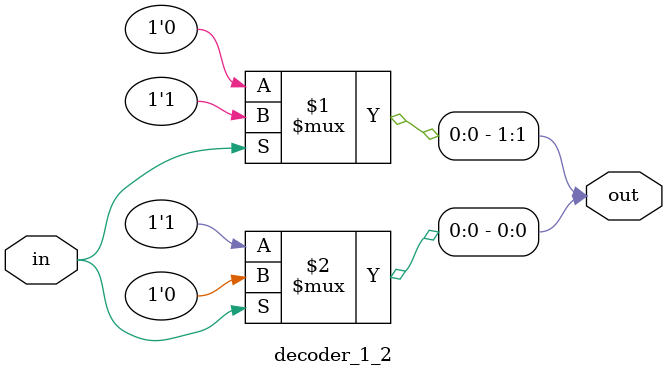
<source format=v>
module decoder_5_32(out, in);
	input [4:0] in;
	output [31:0] out;
	
	wire [15:0] out_temp;
	
	decoder_4_16 dec(out_temp, in[3:0]);	
	assign out[31:16] = in[4] ? out_temp: 4'h0000;
	assign out[15:0] = in[4] ? 4'h0000 : out_temp;
endmodule 

module decoder_4_16(out, in);
	input [3:0] in;
	output [15:0] out;
	
	wire [7:0] out_temp;
	
	decoder_3_8 dec(out_temp, in[2:0]);	
	assign out[15:8] = in[3] ? out_temp : 2'h00;
	assign out[7:0] = in[3] ? 2'h00 : out_temp;
endmodule

module decoder_3_8(out, in);
	input [2:0] in;
	output [7:0] out;
	
	wire [3:0] out_temp;
	
	decoder_2_4 dec(out_temp, in[1:0]);	
	assign out[7:4] = in[2] ? out_temp : 1'h0;
	assign out[3:0] = in[2] ? 1'h0 : out_temp;	
endmodule

module decoder_2_4(out, in);
	input [1:0] in;
	output [3:0] out;
	
	wire [1:0] out_temp;
	
	decoder_1_2 dec(out_temp, in[0]);
	assign out[3:2] = in[1] ? out_temp : 2'b00;
	assign out[1:0] = in[1] ? 2'b00 : out_temp;
endmodule

module decoder_1_2(out, in);
	input in;
	output [1:0] out;
	
	assign out[1] = in ? 1'b1 : 1'b0;
	assign out[0] = in ? 1'b0 : 1'b1;
endmodule 
</source>
